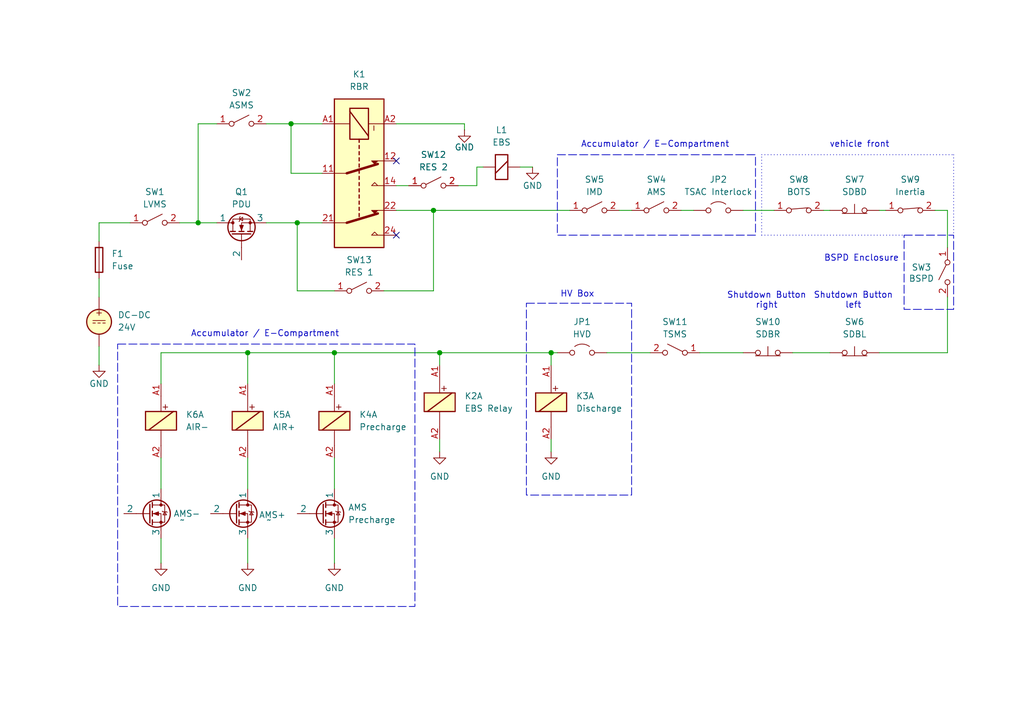
<source format=kicad_sch>
(kicad_sch (version 20250114) (generator "eeschema") (generator_version "9.0")
  (paper "A5")
  (title_block (title "SDC Schematic") (date "2025-04-26") (rev "V1") (comment 1 "Leonard Gies"))
  (lib_symbols
    (symbol "Device:ElectromagneticActor" (pin_numbers (hide yes)) (pin_names (offset 0.0254) (hide yes))
      (property "Reference" "L" (at 1.27 3.81 0))
      (property "Value" "ElectromagneticActor" (at 1.27 -1.27 0))
      (symbol "ElectromagneticActor_0_1"
        (rectangle (start -2.54 2.54) (end 2.54 0) (stroke (width 0.254)))
        (polyline (pts (xy -1.27 2.54) (xy 1.27 0)) (stroke (width 0.254)))
      )
      (symbol "ElectromagneticActor_1_1"
        (pin passive line (at 0 5.08 270) (length 2.54) (name "-") (number "1"))
        (pin passive line (at 0 -2.54 90) (length 2.54) (name "+") (number "2"))
      )
    )
    (symbol "Device:Fuse" (pin_numbers (hide yes)) (pin_names (offset 0))
      (property "Reference" "F" (at 2.032 0 90))
      (property "Value" "Fuse" (at -1.905 0 90))
      (symbol "Fuse_0_1"
        (rectangle (start -0.762 -2.54) (end 0.762 2.54) (stroke (width 0.254)))
        (polyline (pts (xy 0 2.54) (xy 0 -2.54)))
      )
      (symbol "Fuse_1_1"
        (pin passive line (at 0 3.81 270) (length 1.27) (name "~") (number "1"))
        (pin passive line (at 0 -3.81 90) (length 1.27) (name "~") (number "2"))
      )
    )
    (symbol "Jumper:Jumper_2_Open" (pin_numbers (hide yes)) (pin_names (offset 0) (hide yes)) (exclude_from_sim yes)
      (property "Reference" "JP" (at 0 2.794 0))
      (property "Value" "Jumper_2_Open" (at 0 -2.286 0))
      (symbol "Jumper_2_Open_0_0"
        (circle (center -2.032 0) (radius 0.508))
        (circle (center 2.032 0) (radius 0.508))
      )
      (symbol "Jumper_2_Open_0_1"
        (arc (start -1.524 1.27) (mid 0 1.778) (end 1.524 1.27))
      )
      (symbol "Jumper_2_Open_1_1"
        (pin passive line (at -5.08 0 0) (length 2.54) (name "A") (number "1"))
        (pin passive line (at 5.08 0 180) (length 2.54) (name "B") (number "2"))
      )
    )
    (symbol "NMOS_1" (pin_numbers (hide yes)) (pin_names (offset 0))
      (property "Reference" "Q2" (at 6.35 1.2701 0))
      (property "Value" "NMOS" (at 6.35 -1.2699 0))
      (symbol "NMOS_1_0_1"
        (polyline (pts (xy 0.254 1.905) (xy 0.254 -1.905)) (stroke (width 0.254)))
        (polyline (pts (xy 0.254 0) (xy -2.54 0)))
        (polyline (pts (xy 0.762 2.286) (xy 0.762 1.27)) (stroke (width 0.254)))
        (polyline (pts (xy 0.762 0.508) (xy 0.762 -0.508)) (stroke (width 0.254)))
        (polyline (pts (xy 0.762 -1.27) (xy 0.762 -2.286)) (stroke (width 0.254)))
        (polyline (pts (xy 0.762 -1.778) (xy 3.302 -1.778) (xy 3.302 1.778) (xy 0.762 1.778)))
        (polyline (pts (xy 1.016 0) (xy 2.032 0.381) (xy 2.032 -0.381) (xy 1.016 0)) (fill (type outline)))
        (circle (center 1.651 0) (radius 2.794) (stroke (width 0.254)))
        (polyline (pts (xy 2.54 2.54) (xy 2.54 1.778)))
        (circle (center 2.54 1.778) (radius 0.254) (fill (type outline)))
        (circle (center 2.54 -1.778) (radius 0.254) (fill (type outline)))
        (polyline (pts (xy 2.54 -2.54) (xy 2.54 0) (xy 0.762 0)))
        (polyline (pts (xy 2.794 0.508) (xy 2.921 0.381) (xy 3.683 0.381) (xy 3.81 0.254)))
        (polyline (pts (xy 3.302 0.381) (xy 2.921 -0.254) (xy 3.683 -0.254) (xy 3.302 0.381)))
      )
      (symbol "NMOS_1_1_1"
        (pin input line (at -5.08 0 0) (length 2.54) (name "2") (number "2"))
        (pin passive line (at 2.54 5.08 270) (length 2.54) (name "1") (number "1"))
        (pin passive line (at 2.54 -5.08 90) (length 2.54) (name "3") (number "3"))
      )
    )
    (symbol "NMOS_2" (pin_numbers (hide yes)) (pin_names (offset 0))
      (property "Reference" "AMS+" (at 6.35 1.2701 0))
      (property "Value" "NMOS" (at 6.35 -1.2699 0))
      (symbol "NMOS_2_0_1"
        (polyline (pts (xy 0.254 1.905) (xy 0.254 -1.905)) (stroke (width 0.254)))
        (polyline (pts (xy 0.254 0) (xy -2.54 0)))
        (polyline (pts (xy 0.762 2.286) (xy 0.762 1.27)) (stroke (width 0.254)))
        (polyline (pts (xy 0.762 0.508) (xy 0.762 -0.508)) (stroke (width 0.254)))
        (polyline (pts (xy 0.762 -1.27) (xy 0.762 -2.286)) (stroke (width 0.254)))
        (polyline (pts (xy 0.762 -1.778) (xy 3.302 -1.778) (xy 3.302 1.778) (xy 0.762 1.778)))
        (polyline (pts (xy 1.016 0) (xy 2.032 0.381) (xy 2.032 -0.381) (xy 1.016 0)) (fill (type outline)))
        (circle (center 1.651 0) (radius 2.794) (stroke (width 0.254)))
        (polyline (pts (xy 2.54 2.54) (xy 2.54 1.778)))
        (circle (center 2.54 1.778) (radius 0.254) (fill (type outline)))
        (circle (center 2.54 -1.778) (radius 0.254) (fill (type outline)))
        (polyline (pts (xy 2.54 -2.54) (xy 2.54 0) (xy 0.762 0)))
        (polyline (pts (xy 2.794 0.508) (xy 2.921 0.381) (xy 3.683 0.381) (xy 3.81 0.254)))
        (polyline (pts (xy 3.302 0.381) (xy 2.921 -0.254) (xy 3.683 -0.254) (xy 3.302 0.381)))
      )
      (symbol "NMOS_2_1_1"
        (pin input line (at -5.08 0 0) (length 2.54) (name "2") (number "2"))
        (pin passive line (at 2.54 5.08 270) (length 2.54) (name "1") (number "1"))
        (pin passive line (at 2.54 -5.08 90) (length 2.54) (name "3") (number "3"))
      )
    )
    (symbol "NMOS_3" (pin_numbers (hide yes)) (pin_names (offset 0))
      (property "Reference" "AMS-" (at 6.35 1.2701 0))
      (property "Value" "NMOS" (at 6.35 -1.2699 0))
      (symbol "NMOS_3_0_1"
        (polyline (pts (xy 0.254 1.905) (xy 0.254 -1.905)) (stroke (width 0.254)))
        (polyline (pts (xy 0.254 0) (xy -2.54 0)))
        (polyline (pts (xy 0.762 2.286) (xy 0.762 1.27)) (stroke (width 0.254)))
        (polyline (pts (xy 0.762 0.508) (xy 0.762 -0.508)) (stroke (width 0.254)))
        (polyline (pts (xy 0.762 -1.27) (xy 0.762 -2.286)) (stroke (width 0.254)))
        (polyline (pts (xy 0.762 -1.778) (xy 3.302 -1.778) (xy 3.302 1.778) (xy 0.762 1.778)))
        (polyline (pts (xy 1.016 0) (xy 2.032 0.381) (xy 2.032 -0.381) (xy 1.016 0)) (fill (type outline)))
        (circle (center 1.651 0) (radius 2.794) (stroke (width 0.254)))
        (polyline (pts (xy 2.54 2.54) (xy 2.54 1.778)))
        (circle (center 2.54 1.778) (radius 0.254) (fill (type outline)))
        (circle (center 2.54 -1.778) (radius 0.254) (fill (type outline)))
        (polyline (pts (xy 2.54 -2.54) (xy 2.54 0) (xy 0.762 0)))
        (polyline (pts (xy 2.794 0.508) (xy 2.921 0.381) (xy 3.683 0.381) (xy 3.81 0.254)))
        (polyline (pts (xy 3.302 0.381) (xy 2.921 -0.254) (xy 3.683 -0.254) (xy 3.302 0.381)))
      )
      (symbol "NMOS_3_1_1"
        (pin input line (at -5.08 0 0) (length 2.54) (name "2") (number "2"))
        (pin passive line (at 2.54 5.08 270) (length 2.54) (name "1") (number "1"))
        (pin passive line (at 2.54 -5.08 90) (length 2.54) (name "3") (number "3"))
      )
    )
    (symbol "Relay:AZ850P1-x"
      (property "Reference" "K1" (at -20.32 0 90))
      (property "Value" "RSR" (at -17.78 0 90))
      (symbol "AZ850P1-x_0_0"
        (text "-" (at -9.271 2.921 0) (effects (font (size 1.27 1.27))))
      )
      (symbol "AZ850P1-x_0_1"
        (rectangle (start -15.24 5.08) (end 15.24 -5.08) (stroke (width 0.254)) (fill (type background)))
        (rectangle (start -13.335 1.905) (end -6.985 -1.905) (stroke (width 0.254)))
        (polyline (pts (xy -12.7 -1.905) (xy -7.62 1.905)) (stroke (width 0.254)))
        (polyline (pts (xy -10.16 5.08) (xy -10.16 1.905)))
        (polyline (pts (xy -10.16 -5.08) (xy -10.16 -1.905)))
        (polyline (pts (xy -6.985 0) (xy -6.35 0)) (stroke (width 0.254)))
        (polyline (pts (xy -5.715 0) (xy -5.08 0)) (stroke (width 0.254)))
        (polyline (pts (xy -4.445 0) (xy -3.81 0)) (stroke (width 0.254)))
        (polyline (pts (xy -3.175 0) (xy -2.54 0)) (stroke (width 0.254)))
        (polyline (pts (xy -2.54 5.08) (xy -2.54 2.54) (xy -1.905 3.175) (xy -2.54 3.81)) (fill (type outline)))
        (polyline (pts (xy -1.905 0) (xy -1.27 0)) (stroke (width 0.254)))
        (polyline (pts (xy -0.635 0) (xy 0 0)) (stroke (width 0.254)))
        (polyline (pts (xy 0 -2.54) (xy -1.905 3.81)) (stroke (width 0.508)))
        (polyline (pts (xy 0 -2.54) (xy 0 -5.08)))
        (polyline (pts (xy 0.635 0) (xy 1.27 0)) (stroke (width 0.254)))
        (polyline (pts (xy 1.905 0) (xy 2.54 0)) (stroke (width 0.254)))
        (polyline (pts (xy 2.54 5.08) (xy 2.54 2.54) (xy 1.905 3.175) (xy 2.54 3.81)))
        (polyline (pts (xy 3.175 0) (xy 3.81 0)) (stroke (width 0.254)))
        (polyline (pts (xy 4.445 0) (xy 5.08 0)) (stroke (width 0.254)))
        (polyline (pts (xy 5.715 0) (xy 6.35 0)) (stroke (width 0.254)))
        (polyline (pts (xy 6.985 0) (xy 7.62 0)) (stroke (width 0.254)))
        (polyline (pts (xy 7.62 5.08) (xy 7.62 2.54) (xy 8.255 3.175) (xy 7.62 3.81)) (fill (type outline)))
        (polyline (pts (xy 8.255 0) (xy 8.89 0)) (stroke (width 0.254)))
        (polyline (pts (xy 10.16 -2.54) (xy 8.255 3.81)) (stroke (width 0.508)))
        (polyline (pts (xy 10.16 -2.54) (xy 10.16 -5.08)))
        (polyline (pts (xy 12.7 5.08) (xy 12.7 2.54) (xy 12.065 3.175) (xy 12.7 3.81)))
      )
      (symbol "AZ850P1-x_1_1"
        (pin passive line (at -10.16 7.62 270) (length 2.54) (name "~") (number "A2"))
        (pin passive line (at -10.16 -7.62 90) (length 2.54) (name "") (number "A1"))
        (pin passive line (at -2.54 7.62 270) (length 2.54) (name "~") (number "12"))
        (pin passive line (at 0 -7.62 90) (length 2.54) (name "~") (number "11"))
        (pin passive line (at 2.54 7.62 270) (length 2.54) (name "~") (number "14"))
        (pin passive line (at 7.62 7.62 270) (length 2.54) (name "~") (number "22"))
        (pin passive line (at 10.16 -7.62 90) (length 2.54) (name "~") (number "21"))
        (pin passive line (at 12.7 7.62 270) (length 2.54) (name "~") (number "24"))
      )
    )
    (symbol "Relay:COTO_3660_Split"
      (property "Reference" "K" (at 5.08 2.54 0))
      (property "Value" "COTO_3660_Split" (at 5.08 0 0))
      (symbol "COTO_3660_Split_1_0"
        (text "+" (at 0.889 2.921 0) (effects (font (size 1.27 1.27))))
      )
      (symbol "COTO_3660_Split_1_1"
        (rectangle (start -3.175 1.905) (end 3.175 -1.905) (stroke (width 0.254)) (fill (type background)))
        (polyline (pts (xy -2.54 -1.905) (xy 2.54 1.905)) (stroke (width 0.254)))
        (polyline (pts (xy 0 5.08) (xy 0 1.905)))
        (polyline (pts (xy 0 -5.08) (xy 0 -1.905)))
        (pin passive line (at 0 7.62 270) (length 2.54) (name "~") (number "A1"))
        (pin passive line (at 0 -7.62 90) (length 2.54) (name "~") (number "A2"))
      )
      (symbol "COTO_3660_Split_2_1"
        (polyline (pts (xy -3.175 0) (xy -2.54 0)) (stroke (width 0.254)))
        (polyline (pts (xy -1.905 0) (xy -1.27 0)) (stroke (width 0.254)))
        (polyline (pts (xy 0 2.54) (xy -1.905 -3.81)) (stroke (width 0.508)))
        (polyline (pts (xy 0 2.54) (xy 0 5.08)))
        (polyline (pts (xy 0 -5.08) (xy 0 -2.54) (xy -0.635 -3.175) (xy 0 -3.81)))
        (pin passive line (at 0 7.62 270) (length 2.54) (name "~") (number "13"))
        (pin passive line (at 0 -7.62 90) (length 2.54) (name "~") (number "14"))
      )
      (symbol "COTO_3660_Split_3_1"
        (polyline (pts (xy -3.175 0) (xy -2.54 0)) (stroke (width 0.254)))
        (polyline (pts (xy -1.905 0) (xy -1.27 0)) (stroke (width 0.254)))
        (polyline (pts (xy 0 2.54) (xy -1.905 -3.81)) (stroke (width 0.508)))
        (polyline (pts (xy 0 2.54) (xy 0 5.08)))
        (polyline (pts (xy 0 -5.08) (xy 0 -2.54) (xy -0.635 -3.175) (xy 0 -3.81)))
        (pin passive line (at 0 7.62 270) (length 2.54) (name "~") (number "23"))
        (pin passive line (at 0 -7.62 90) (length 2.54) (name "~") (number "24"))
      )
      (symbol "COTO_3660_Split_4_1"
        (polyline (pts (xy -3.175 0) (xy -2.54 0)) (stroke (width 0.254)))
        (polyline (pts (xy -1.905 0) (xy -1.27 0)) (stroke (width 0.254)))
        (circle (center 0 5.08) (radius 0.1524))
        (polyline (pts (xy 0 5.08) (xy 1.27 5.08) (xy 1.27 3.81)))
        (polyline (pts (xy 0 2.54) (xy -1.905 -3.81)) (stroke (width 0.508)))
        (polyline (pts (xy 0 2.54) (xy 0 5.08)))
        (polyline (pts (xy 0 -5.08) (xy 0 -2.54) (xy -0.635 -3.175) (xy 0 -3.81)))
        (polyline (pts (xy 1.27 3.81) (xy 1.27 -3.81)) (stroke (width 0) (type dash)))
        (pin passive line (at 0 7.62 270) (length 2.54) (name "~") (number "33"))
        (pin passive line (at 0 -7.62 90) (length 2.54) (name "~") (number "34"))
      )
    )
    (symbol "SDC:SW_SPST_NC" (pin_names (offset 0) (hide yes))
      (property "Reference" "SW" (at 0 3.175 0))
      (property "Value" "SW_SPST_NC" (at 0 -2.54 0))
      (symbol "SW_SPST_NC_0_0"
        (circle (center -2.032 0) (radius 0.508))
        (polyline (pts (xy -1.524 0.254) (xy 1.8505 0.5387)))
        (circle (center 2.032 0) (radius 0.508))
      )
      (symbol "SW_SPST_NC_1_1"
        (pin passive line (at -5.08 0 0) (length 2.54) (name "A") (number "1"))
        (pin passive line (at 5.08 0 180) (length 2.54) (name "B") (number "2"))
      )
    )
    (symbol "Simulation_SPICE:NMOS" (pin_numbers (hide yes)) (pin_names (offset 0))
      (property "Reference" "Q1" (at 8.89 0 90))
      (property "Value" "PDU" (at 6.35 0 90))
      (symbol "NMOS_0_1"
        (polyline (pts (xy 0.254 1.905) (xy 0.254 -1.905)) (stroke (width 0.254)))
        (polyline (pts (xy 0.254 0) (xy -2.54 0)))
        (polyline (pts (xy 0.762 2.286) (xy 0.762 1.27)) (stroke (width 0.254)))
        (polyline (pts (xy 0.762 0.508) (xy 0.762 -0.508)) (stroke (width 0.254)))
        (polyline (pts (xy 0.762 -1.27) (xy 0.762 -2.286)) (stroke (width 0.254)))
        (polyline (pts (xy 0.762 -1.778) (xy 3.302 -1.778) (xy 3.302 1.778) (xy 0.762 1.778)))
        (polyline (pts (xy 1.016 0) (xy 2.032 0.381) (xy 2.032 -0.381) (xy 1.016 0)) (fill (type outline)))
        (circle (center 1.651 0) (radius 2.794) (stroke (width 0.254)))
        (polyline (pts (xy 2.54 2.54) (xy 2.54 1.778)))
        (circle (center 2.54 1.778) (radius 0.254) (fill (type outline)))
        (circle (center 2.54 -1.778) (radius 0.254) (fill (type outline)))
        (polyline (pts (xy 2.54 -2.54) (xy 2.54 0) (xy 0.762 0)))
        (polyline (pts (xy 2.794 0.508) (xy 2.921 0.381) (xy 3.683 0.381) (xy 3.81 0.254)))
        (polyline (pts (xy 3.302 0.381) (xy 2.921 -0.254) (xy 3.683 -0.254) (xy 3.302 0.381)))
      )
      (symbol "NMOS_1_1"
        (pin input line (at -5.08 0 0) (length 2.54) (name "2") (number ""))
        (pin passive line (at 2.54 5.08 270) (length 2.54) (name "1") (number "1"))
        (pin passive line (at 2.54 -5.08 90) (length 2.54) (name "3") (number "3"))
      )
    )
    (symbol "Simulation_SPICE:VDC" (pin_numbers (hide yes)) (pin_names (offset 0.0254))
      (property "Reference" "V" (at 2.54 2.54 0))
      (property "Value" "1" (at 2.54 0 0))
      (symbol "VDC_0_0"
        (polyline (pts (xy -1.27 0.254) (xy 1.27 0.254)))
        (polyline (pts (xy -0.762 -0.254) (xy -1.27 -0.254)))
        (polyline (pts (xy 0.254 -0.254) (xy -0.254 -0.254)))
        (polyline (pts (xy 1.27 -0.254) (xy 0.762 -0.254)))
        (text "+" (at 0 1.905 0) (effects (font (size 1.27 1.27))))
      )
      (symbol "VDC_0_1"
        (circle (center 0 0) (radius 2.54) (stroke (width 0.254)) (fill (type background)))
      )
      (symbol "VDC_1_1"
        (pin passive line (at 0 5.08 270) (length 2.54) (name "~") (number "1"))
        (pin passive line (at 0 -5.08 90) (length 2.54) (name "~") (number "2"))
      )
    )
    (symbol "Switch:SW_Push_Open" (pin_numbers (hide yes)) (pin_names (offset 1.016) (hide yes))
      (property "Reference" "SW" (at 0 2.54 0))
      (property "Value" "SW_Push_Open" (at 0 -1.905 0))
      (symbol "SW_Push_Open_0_1"
        (polyline (pts (xy -2.54 -0.635) (xy 2.54 -0.635)))
        (circle (center -2.032 0) (radius 0.508))
        (polyline (pts (xy 0 -0.635) (xy 0 1.27)))
        (circle (center 2.032 0) (radius 0.508))
        (pin passive line (at -5.08 0 0) (length 2.54) (name "A") (number "1"))
      )
      (symbol "SW_Push_Open_1_1"
        (pin passive line (at 5.08 0 180) (length 2.54) (name "B") (number "2"))
      )
    )
    (symbol "Switch:SW_SPST" (pin_names (offset 0) (hide yes))
      (property "Reference" "SW" (at 0 3.175 0))
      (property "Value" "SW_SPST" (at 0 -2.54 0))
      (symbol "SW_SPST_0_0"
        (circle (center -2.032 0) (radius 0.508))
        (polyline (pts (xy -1.524 0.254) (xy 1.524 1.778)))
        (circle (center 2.032 0) (radius 0.508))
      )
      (symbol "SW_SPST_1_1"
        (pin passive line (at -5.08 0 0) (length 2.54) (name "A") (number "1"))
        (pin passive line (at 5.08 0 180) (length 2.54) (name "B") (number "2"))
      )
    )
    (symbol "power:GND" (power) (pin_numbers (hide yes)) (pin_names (offset 0) (hide yes))
      (property "Value" "GND" (at 0 -3.81 0))
      (symbol "GND_0_1"
        (polyline (pts (xy 0 0) (xy 0 -1.27) (xy 1.27 -1.27) (xy 0 -2.54) (xy -1.27 -1.27) (xy 0 -1.27)))
      )
      (symbol "GND_1_1"
        (pin power_in line (at 0 0 270) (length 0) (name "~") (number "1"))
      )
    )
  )
  (rectangle (start 107.95 62.23) (end 129.54 101.6) (stroke (width 0) (type dash)))
  (rectangle (start 24.13 70.612) (end 85.09 124.46) (stroke (width 0) (type dash)))
  (rectangle (start 114.3 31.75) (end 154.94 48.26) (stroke (width 0) (type dash)))
  (rectangle (start 185.42 48.26) (end 195.58 63.5) (stroke (width 0) (type dash)))
  (text "Shutdown Button\nright" (at 157.226 61.722 0) (effects (font (size 1.27 1.27))))
  (text "HV Box" (at 121.92 60.452 0) (effects (font (size 1.27 1.27)) (justify right)))
  (text "BSPD Enclosure" (at 184.404 53.086 0) (effects (font (size 1.27 1.27)) (justify right)))
  (text "Shutdown Button\nleft" (at 175.006 61.722 0) (effects (font (size 1.27 1.27))))
  (text "vehicle front" (at 176.276 29.718 0) (effects (font (size 1.27 1.27))))
  (text "Accumulator / E-Compartment" (at 54.356 68.58 0) (effects (font (size 1.27 1.27))))
  (text "Accumulator / E-Compartment" (at 134.366 29.718 0) (effects (font (size 1.27 1.27))))
  (junction (at 50.8 72.39))
  (junction (at 90.17 72.39))
  (junction (at 59.69 25.4))
  (junction (at 40.64 45.72))
  (junction (at 113.03 72.39))
  (junction (at 60.96 45.72))
  (junction (at 68.58 72.39))
  (junction (at 88.9 43.18))
  (no_connect (at 81.28 33.02))
  (no_connect (at 81.28 48.26))
  (wire (pts (xy 97.79 34.29) (xy 99.06 34.29)))
  (wire (pts (xy 54.61 25.4) (xy 59.69 25.4)))
  (wire (pts (xy 194.31 43.18) (xy 191.77 43.18)))
  (wire (pts (xy 97.79 38.1) (xy 93.98 38.1)))
  (wire (pts (xy 33.02 72.39) (xy 50.8 72.39)))
  (wire (pts (xy 127 43.18) (xy 129.54 43.18)))
  (wire (pts (xy 81.28 43.18) (xy 88.9 43.18)))
  (polyline (pts (xy 156.21 48.26) (xy 156.21 31.75)) (stroke (width 0) (type dot)))
  (wire (pts (xy 33.02 93.98) (xy 33.02 100.33)))
  (polyline (pts (xy 156.21 48.26) (xy 185.42 48.26)) (stroke (width 0) (type dot)))
  (wire (pts (xy 109.22 34.29) (xy 106.68 34.29)))
  (wire (pts (xy 60.96 45.72) (xy 66.04 45.72)))
  (polyline (pts (xy 156.21 31.75) (xy 195.58 31.75)) (stroke (width 0) (type dot)))
  (wire (pts (xy 97.79 34.29) (xy 97.79 38.1)))
  (wire (pts (xy 60.96 59.69) (xy 68.58 59.69)))
  (wire (pts (xy 68.58 72.39) (xy 68.58 78.74)))
  (wire (pts (xy 113.03 72.39) (xy 113.03 74.93)))
  (wire (pts (xy 180.34 43.18) (xy 181.61 43.18)))
  (wire (pts (xy 113.03 72.39) (xy 114.3 72.39)))
  (wire (pts (xy 194.31 60.96) (xy 194.31 72.39)))
  (wire (pts (xy 59.69 25.4) (xy 59.69 35.56)))
  (wire (pts (xy 143.51 72.39) (xy 152.4 72.39)))
  (wire (pts (xy 152.4 43.18) (xy 158.75 43.18)))
  (wire (pts (xy 20.32 45.72) (xy 26.67 45.72)))
  (wire (pts (xy 50.8 72.39) (xy 68.58 72.39)))
  (wire (pts (xy 54.61 45.72) (xy 60.96 45.72)))
  (wire (pts (xy 162.56 72.39) (xy 170.18 72.39)))
  (wire (pts (xy 194.31 43.18) (xy 194.31 50.8)))
  (wire (pts (xy 168.91 43.18) (xy 170.18 43.18)))
  (wire (pts (xy 88.9 59.69) (xy 88.9 43.18)))
  (wire (pts (xy 40.64 45.72) (xy 44.45 45.72)))
  (wire (pts (xy 81.28 38.1) (xy 83.82 38.1)))
  (wire (pts (xy 44.45 25.4) (xy 40.64 25.4)))
  (wire (pts (xy 88.9 43.18) (xy 116.84 43.18)))
  (wire (pts (xy 68.58 93.98) (xy 68.58 100.33)))
  (wire (pts (xy 33.02 72.39) (xy 33.02 78.74)))
  (wire (pts (xy 50.8 93.98) (xy 50.8 100.33)))
  (wire (pts (xy 81.28 25.4) (xy 95.25 25.4)))
  (wire (pts (xy 90.17 72.39) (xy 90.17 74.93)))
  (wire (pts (xy 113.03 90.17) (xy 113.03 92.71)))
  (wire (pts (xy 90.17 72.39) (xy 113.03 72.39)))
  (wire (pts (xy 68.58 72.39) (xy 90.17 72.39)))
  (wire (pts (xy 78.74 59.69) (xy 88.9 59.69)))
  (wire (pts (xy 124.46 72.39) (xy 133.35 72.39)))
  (polyline (pts (xy 195.58 31.75) (xy 195.58 48.26)) (stroke (width 0) (type dot)))
  (wire (pts (xy 20.32 57.15) (xy 20.32 60.96)))
  (wire (pts (xy 36.83 45.72) (xy 40.64 45.72)))
  (wire (pts (xy 33.02 110.49) (xy 33.02 115.57)))
  (wire (pts (xy 20.32 71.12) (xy 20.32 74.93)))
  (wire (pts (xy 20.32 45.72) (xy 20.32 49.53)))
  (wire (pts (xy 59.69 35.56) (xy 66.04 35.56)))
  (wire (pts (xy 50.8 110.49) (xy 50.8 115.57)))
  (wire (pts (xy 59.69 25.4) (xy 66.04 25.4)))
  (wire (pts (xy 180.34 72.39) (xy 194.31 72.39)))
  (wire (pts (xy 68.58 110.49) (xy 68.58 115.57)))
  (wire (pts (xy 90.17 90.17) (xy 90.17 92.71)))
  (wire (pts (xy 60.96 45.72) (xy 60.96 59.69)))
  (wire (pts (xy 139.7 43.18) (xy 142.24 43.18)))
  (wire (pts (xy 40.64 25.4) (xy 40.64 45.72)))
  (wire (pts (xy 50.8 72.39) (xy 50.8 78.74)))
  (wire (pts (xy 95.25 25.4) (xy 95.25 26.67)))
  (symbol (lib_id "Simulation_SPICE:NMOS") (at 49.53 48.26 90) (unit 1)
    (property "Reference" "Q1" (at 49.53 39.37 90))
    (property "Value" "PDU" (at 49.53 41.91 90))
    (property "Datasheet" "https://ngspice.sourceforge.io/docs/ngspice-html-manual/manual.xhtml#cha_MOSFETs" (effects (hide yes)))
    (property "Description" "N-MOSFET transistor, drain/source/gate" (effects (hide yes)))
    (property "Sim.Device" "NMOS" (effects (hide yes)))
    (property "Sim.Type" "VDMOS" (effects (hide yes)))
    (property "Sim.Pins" "1=D 2=G 3=S" (effects (hide yes)))
  )
  (symbol (lib_id "Relay:COTO_3660_Split") (at 90.17 82.55 0) (unit 1)
    (property "Reference" "K2" (at 95.25 81.2799 0) (effects (justify left)))
    (property "Value" "EBS Relay" (at 95.25 83.8199 0) (effects (justify left)))
  )
  (symbol (lib_id "Switch:SW_Push_Open") (at 157.48 72.39 0) (unit 1)
    (property "Reference" "SW10" (at 157.48 66.04 0))
    (property "Value" "SDBR" (at 157.48 68.58 0))
    (property "Description" "Push button switch, push-to-open, generic, two pins" (effects (hide yes)))
  )
  (symbol (lib_id "Relay:AZ850P1-x") (at 73.66 35.56 270) (unit 1)
    (property "Reference" "K1" (at 73.66 15.24 90))
    (property "Value" "RBR" (at 73.66 17.78 90))
    (property "Footprint" "Relay_THT:Relay_DPDT_FRT5" (effects (hide yes)))
    (property "Datasheet" "http://www.azettler.com/pdfs/az850.pdf" (effects (hide yes)))
    (property "Description" "American Zettler, Microminiature Polarised Dual Pole Relay Bistable" (effects (hide yes)))
  )
  (symbol (lib_name "NMOS_2") (lib_id "Simulation_SPICE:NMOS") (at 48.26 105.41 0) (unit 1)
    (property "Reference" "AMS+" (at 53.086 105.664 0) (effects (justify left)))
    (property "Value" "~" (at 54.61 106.68 0) (effects (justify left)))
    (property "Datasheet" "https://ngspice.sourceforge.io/docs/ngspice-html-manual/manual.xhtml#cha_MOSFETs" (effects (hide yes)))
    (property "Description" "N-MOSFET transistor, drain/source/gate" (effects (hide yes)))
    (property "Sim.Device" "NMOS" (effects (hide yes)))
    (property "Sim.Type" "VDMOS" (effects (hide yes)))
    (property "Sim.Pins" "1=D 2=G 3=S" (effects (hide yes)))
  )
  (symbol (lib_id "Relay:COTO_3660_Split") (at 113.03 82.55 0) (unit 1)
    (property "Reference" "K3" (at 118.11 81.2799 0) (effects (justify left)))
    (property "Value" "Discharge" (at 118.11 83.8199 0) (effects (justify left)))
  )
  (symbol (lib_id "Device:ElectromagneticActor") (at 104.14 34.29 90) (unit 1)
    (property "Reference" "L1" (at 102.87 26.67 90))
    (property "Value" "EBS" (at 102.87 29.21 90))
    (property "Description" "Electromagnetic actor" (effects (hide yes)))
  )
  (symbol (lib_name "NMOS_3") (lib_id "Simulation_SPICE:NMOS") (at 30.48 105.41 0) (unit 1)
    (property "Reference" "AMS-" (at 35.56 105.41 0) (effects (justify left)))
    (property "Value" "~" (at 36.83 106.68 0) (effects (justify left)))
    (property "Datasheet" "https://ngspice.sourceforge.io/docs/ngspice-html-manual/manual.xhtml#cha_MOSFETs" (effects (hide yes)))
    (property "Description" "N-MOSFET transistor, drain/source/gate" (effects (hide yes)))
    (property "Sim.Device" "NMOS" (effects (hide yes)))
    (property "Sim.Type" "VDMOS" (effects (hide yes)))
    (property "Sim.Pins" "1=D 2=G 3=S" (effects (hide yes)))
  )
  (symbol (lib_id "Device:Fuse") (at 20.32 53.34 0) (unit 1)
    (property "Reference" "F1" (at 22.86 52.0699 0) (effects (justify left)))
    (property "Value" "Fuse" (at 22.86 54.6099 0) (effects (justify left)))
    (property "Description" "Fuse" (effects (hide yes)))
  )
  (symbol (lib_id "power:GND") (at 113.03 92.71 0) (unit 1)
    (property "Reference" "#PWR07" (effects (hide yes)))
    (property "Value" "GND" (at 113.03 97.79 0))
    (property "Description" "Power symbol creates a global label with name \"GND\" , ground" (effects (hide yes)))
  )
  (symbol (lib_id "power:GND") (at 95.25 26.67 0) (unit 1)
    (property "Reference" "#PWR02" (effects (hide yes)))
    (property "Value" "GND" (at 95.25 30.226 0))
    (property "Description" "Power symbol creates a global label with name \"GND\" , ground" (effects (hide yes)))
  )
  (symbol (lib_id "Switch:SW_SPST") (at 31.75 45.72 0) (unit 1)
    (property "Reference" "SW1" (at 31.75 39.37 0))
    (property "Value" "LVMS" (at 31.75 41.91 0))
    (property "Description" "Single Pole Single Throw (SPST) switch" (effects (hide yes)))
  )
  (symbol (lib_id "power:GND") (at 90.17 92.71 0) (unit 1)
    (property "Reference" "#PWR08" (effects (hide yes)))
    (property "Value" "GND" (at 90.17 97.79 0))
    (property "Description" "Power symbol creates a global label with name \"GND\" , ground" (effects (hide yes)))
  )
  (symbol (lib_id "Switch:SW_SPST") (at 88.9 38.1 0) (unit 1)
    (property "Reference" "SW12" (at 88.9 31.75 0))
    (property "Value" "RES 2" (at 88.9 34.29 0))
    (property "Description" "Single Pole Single Throw (SPST) switch" (effects (hide yes)))
  )
  (symbol (lib_id "power:GND") (at 20.32 74.93 0) (unit 1)
    (property "Reference" "#PWR01" (effects (hide yes)))
    (property "Value" "GND" (at 20.32 78.74 0))
    (property "Description" "Power symbol creates a global label with name \"GND\" , ground" (effects (hide yes)))
  )
  (symbol (lib_id "Relay:COTO_3660_Split") (at 33.02 86.36 0) (unit 1)
    (property "Reference" "K6" (at 38.1 85.0899 0) (effects (justify left)))
    (property "Value" "AIR-" (at 38.1 87.6299 0) (effects (justify left)))
  )
  (symbol (lib_id "power:GND") (at 33.02 115.57 0) (unit 1)
    (property "Reference" "#PWR04" (effects (hide yes)))
    (property "Value" "GND" (at 33.02 120.65 0))
    (property "Description" "Power symbol creates a global label with name \"GND\" , ground" (effects (hide yes)))
  )
  (symbol (lib_id "Switch:SW_SPST") (at 194.31 55.88 90) (mirror x) (unit 1)
    (property "Reference" "SW3" (at 188.976 54.864 90))
    (property "Value" "BSPD" (at 188.976 57.15 90))
    (property "Description" "Single Pole Single Throw (SPST) switch" (effects (hide yes)))
  )
  (symbol (lib_id "SDC:SW_SPST_NC") (at 163.83 43.18 0) (unit 1)
    (property "Reference" "SW8" (at 163.83 36.83 0))
    (property "Value" "BOTS" (at 163.83 39.37 0))
    (property "Description" "Single Pole Single Throw (SPST) switch normally-closed" (effects (hide yes)))
  )
  (symbol (lib_name "NMOS_1") (lib_id "Simulation_SPICE:NMOS") (at 66.04 105.41 0) (unit 1)
    (property "Reference" "AMS" (at 71.374 104.14 0) (effects (justify left)))
    (property "Value" "Precharge" (at 71.374 106.68 0) (effects (justify left)))
    (property "Datasheet" "https://ngspice.sourceforge.io/docs/ngspice-html-manual/manual.xhtml#cha_MOSFETs" (effects (hide yes)))
    (property "Description" "N-MOSFET transistor, drain/source/gate" (effects (hide yes)))
    (property "Sim.Device" "NMOS" (effects (hide yes)))
    (property "Sim.Type" "VDMOS" (effects (hide yes)))
    (property "Sim.Pins" "1=D 2=G 3=S" (effects (hide yes)))
  )
  (symbol (lib_id "power:GND") (at 109.22 34.29 0) (unit 1)
    (property "Reference" "#PWR03" (effects (hide yes)))
    (property "Value" "GND" (at 109.22 38.1 0))
    (property "Description" "Power symbol creates a global label with name \"GND\" , ground" (effects (hide yes)))
  )
  (symbol (lib_id "Relay:COTO_3660_Split") (at 68.58 86.36 0) (unit 1)
    (property "Reference" "K4" (at 73.66 85.0899 0) (effects (justify left)))
    (property "Value" "Precharge" (at 73.66 87.6299 0) (effects (justify left)))
  )
  (symbol (lib_id "SDC:SW_SPST_NC") (at 186.69 43.18 0) (unit 1)
    (property "Reference" "SW9" (at 186.69 36.83 0))
    (property "Value" "Inertia" (at 186.69 39.37 0))
    (property "Description" "Single Pole Single Throw (SPST) switch normally-closed" (effects (hide yes)))
  )
  (symbol (lib_id "Switch:SW_Push_Open") (at 175.26 72.39 0) (unit 1)
    (property "Reference" "SW6" (at 175.26 66.04 0))
    (property "Value" "SDBL" (at 175.26 68.58 0))
    (property "Description" "Push button switch, push-to-open, generic, two pins" (effects (hide yes)))
  )
  (symbol (lib_id "Switch:SW_SPST") (at 134.62 43.18 0) (unit 1)
    (property "Reference" "SW4" (at 134.62 36.83 0))
    (property "Value" "AMS" (at 134.62 39.37 0))
    (property "Description" "Single Pole Single Throw (SPST) switch" (effects (hide yes)))
  )
  (symbol (lib_id "Jumper:Jumper_2_Open") (at 147.32 43.18 0) (unit 1)
    (property "Reference" "JP2" (at 147.32 36.83 0))
    (property "Value" "TSAC Interlock" (at 147.32 39.37 0))
    (property "Description" "Jumper, 2-pole, open" (effects (hide yes)))
  )
  (symbol (lib_id "Jumper:Jumper_2_Open") (at 119.38 72.39 0) (unit 1)
    (property "Reference" "JP1" (at 119.38 66.04 0))
    (property "Value" "HVD" (at 119.38 68.58 0))
    (property "Description" "Jumper, 2-pole, open" (effects (hide yes)))
  )
  (symbol (lib_id "Switch:SW_Push_Open") (at 175.26 43.18 0) (unit 1)
    (property "Reference" "SW7" (at 175.26 36.83 0))
    (property "Value" "SDBD" (at 175.26 39.37 0))
    (property "Description" "Push button switch, push-to-open, generic, two pins" (effects (hide yes)))
  )
  (symbol (lib_id "power:GND") (at 50.8 115.57 0) (unit 1)
    (property "Reference" "#PWR05" (effects (hide yes)))
    (property "Value" "GND" (at 50.8 120.65 0))
    (property "Description" "Power symbol creates a global label with name \"GND\" , ground" (effects (hide yes)))
  )
  (symbol (lib_id "Relay:COTO_3660_Split") (at 50.8 86.36 0) (unit 1)
    (property "Reference" "K5" (at 55.88 85.0899 0) (effects (justify left)))
    (property "Value" "AIR+" (at 55.88 87.6299 0) (effects (justify left)))
  )
  (symbol (lib_id "power:GND") (at 68.58 115.57 0) (unit 1)
    (property "Reference" "#PWR06" (effects (hide yes)))
    (property "Value" "GND" (at 68.58 120.65 0))
    (property "Description" "Power symbol creates a global label with name \"GND\" , ground" (effects (hide yes)))
  )
  (symbol (lib_id "Switch:SW_SPST") (at 73.66 59.69 0) (unit 1)
    (property "Reference" "SW13" (at 73.66 53.34 0))
    (property "Value" "RES 1" (at 73.66 55.88 0))
    (property "Description" "Single Pole Single Throw (SPST) switch" (effects (hide yes)))
  )
  (symbol (lib_id "Simulation_SPICE:VDC") (at 20.32 66.04 0) (unit 1)
    (property "Reference" "DC-DC" (at 24.13 64.6401 0) (effects (justify left)))
    (property "Value" "24V" (at 24.13 67.1801 0) (effects (justify left)))
    (property "Datasheet" "https://ngspice.sourceforge.io/docs/ngspice-html-manual/manual.xhtml#sec_Independent_Sources_for" (effects (hide yes)))
    (property "Description" "Voltage source, DC" (effects (hide yes)))
    (property "Sim.Pins" "1=+ 2=-" (effects (hide yes)))
    (property "Sim.Type" "DC" (effects (hide yes)))
    (property "Sim.Device" "V" (effects (hide yes)))
  )
  (symbol (lib_id "Switch:SW_SPST") (at 138.43 72.39 0) (mirror y) (unit 1)
    (property "Reference" "SW11" (at 138.43 66.04 0))
    (property "Value" "TSMS" (at 138.43 68.58 0))
    (property "Description" "Single Pole Single Throw (SPST) switch" (effects (hide yes)))
  )
  (symbol (lib_id "Switch:SW_SPST") (at 121.92 43.18 0) (unit 1)
    (property "Reference" "SW5" (at 121.92 36.83 0))
    (property "Value" "IMD" (at 121.92 39.37 0))
    (property "Description" "Single Pole Single Throw (SPST) switch" (effects (hide yes)))
  )
  (symbol (lib_id "Switch:SW_SPST") (at 49.53 25.4 0) (unit 1)
    (property "Reference" "SW2" (at 49.53 19.05 0))
    (property "Value" "ASMS" (at 49.53 21.59 0))
    (property "Description" "Single Pole Single Throw (SPST) switch" (effects (hide yes)))
  )
)
</source>
